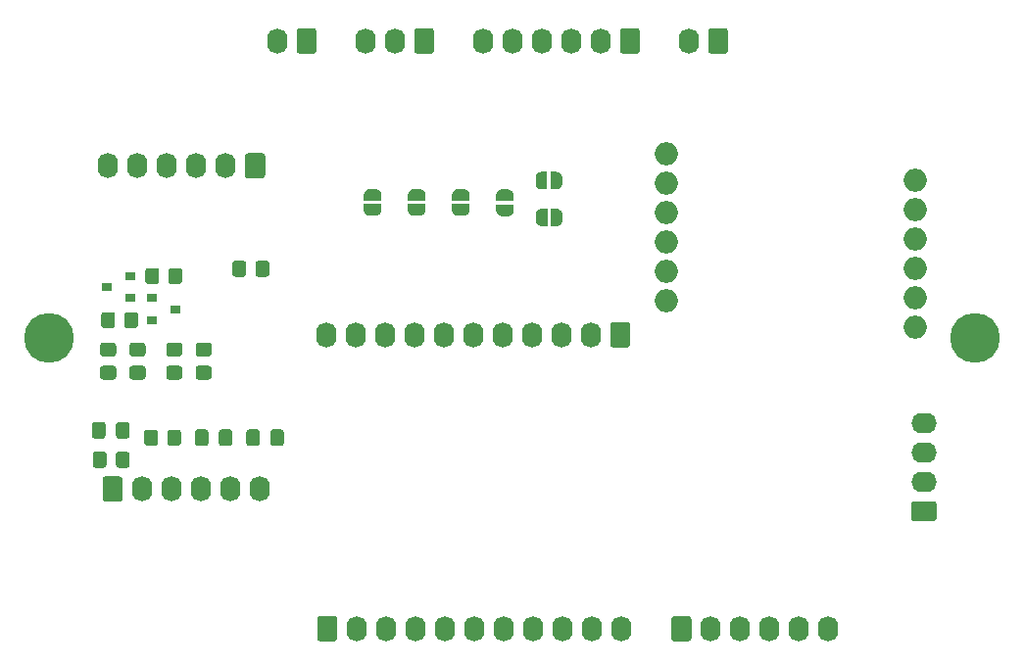
<source format=gbr>
%TF.GenerationSoftware,KiCad,Pcbnew,(5.1.9)-1*%
%TF.CreationDate,2021-09-13T16:04:34+07:00*%
%TF.ProjectId,Nano X ESP V3,4e616e6f-2058-4204-9553-502056332e6b,rev?*%
%TF.SameCoordinates,Original*%
%TF.FileFunction,Soldermask,Bot*%
%TF.FilePolarity,Negative*%
%FSLAX46Y46*%
G04 Gerber Fmt 4.6, Leading zero omitted, Abs format (unit mm)*
G04 Created by KiCad (PCBNEW (5.1.9)-1) date 2021-09-13 16:04:34*
%MOMM*%
%LPD*%
G01*
G04 APERTURE LIST*
%ADD10C,0.100000*%
%ADD11R,0.900000X0.800000*%
%ADD12O,2.000000X2.000000*%
%ADD13O,1.740000X2.190000*%
%ADD14O,2.190000X1.740000*%
%ADD15C,4.300000*%
G04 APERTURE END LIST*
D10*
%TO.C,JP6*%
G36*
X147790000Y-104890000D02*
G01*
X147290000Y-104890000D01*
X147290000Y-104889398D01*
X147265466Y-104889398D01*
X147216635Y-104884588D01*
X147168510Y-104875016D01*
X147121555Y-104860772D01*
X147076222Y-104841995D01*
X147032949Y-104818864D01*
X146992150Y-104791604D01*
X146954221Y-104760476D01*
X146919524Y-104725779D01*
X146888396Y-104687850D01*
X146861136Y-104647051D01*
X146838005Y-104603778D01*
X146819228Y-104558445D01*
X146804984Y-104511490D01*
X146795412Y-104463365D01*
X146790602Y-104414534D01*
X146790602Y-104390000D01*
X146790000Y-104390000D01*
X146790000Y-103890000D01*
X146790602Y-103890000D01*
X146790602Y-103865466D01*
X146795412Y-103816635D01*
X146804984Y-103768510D01*
X146819228Y-103721555D01*
X146838005Y-103676222D01*
X146861136Y-103632949D01*
X146888396Y-103592150D01*
X146919524Y-103554221D01*
X146954221Y-103519524D01*
X146992150Y-103488396D01*
X147032949Y-103461136D01*
X147076222Y-103438005D01*
X147121555Y-103419228D01*
X147168510Y-103404984D01*
X147216635Y-103395412D01*
X147265466Y-103390602D01*
X147290000Y-103390602D01*
X147290000Y-103390000D01*
X147790000Y-103390000D01*
X147790000Y-104890000D01*
G37*
G36*
X148590000Y-103390602D02*
G01*
X148614534Y-103390602D01*
X148663365Y-103395412D01*
X148711490Y-103404984D01*
X148758445Y-103419228D01*
X148803778Y-103438005D01*
X148847051Y-103461136D01*
X148887850Y-103488396D01*
X148925779Y-103519524D01*
X148960476Y-103554221D01*
X148991604Y-103592150D01*
X149018864Y-103632949D01*
X149041995Y-103676222D01*
X149060772Y-103721555D01*
X149075016Y-103768510D01*
X149084588Y-103816635D01*
X149089398Y-103865466D01*
X149089398Y-103890000D01*
X149090000Y-103890000D01*
X149090000Y-104390000D01*
X149089398Y-104390000D01*
X149089398Y-104414534D01*
X149084588Y-104463365D01*
X149075016Y-104511490D01*
X149060772Y-104558445D01*
X149041995Y-104603778D01*
X149018864Y-104647051D01*
X148991604Y-104687850D01*
X148960476Y-104725779D01*
X148925779Y-104760476D01*
X148887850Y-104791604D01*
X148847051Y-104818864D01*
X148803778Y-104841995D01*
X148758445Y-104860772D01*
X148711490Y-104875016D01*
X148663365Y-104884588D01*
X148614534Y-104889398D01*
X148590000Y-104889398D01*
X148590000Y-104890000D01*
X148090000Y-104890000D01*
X148090000Y-103390000D01*
X148590000Y-103390000D01*
X148590000Y-103390602D01*
G37*
%TD*%
%TO.C,JP4*%
G36*
X144894398Y-106710000D02*
G01*
X144894398Y-106734534D01*
X144889588Y-106783365D01*
X144880016Y-106831490D01*
X144865772Y-106878445D01*
X144846995Y-106923778D01*
X144823864Y-106967051D01*
X144796604Y-107007850D01*
X144765476Y-107045779D01*
X144730779Y-107080476D01*
X144692850Y-107111604D01*
X144652051Y-107138864D01*
X144608778Y-107161995D01*
X144563445Y-107180772D01*
X144516490Y-107195016D01*
X144468365Y-107204588D01*
X144419534Y-107209398D01*
X144395000Y-107209398D01*
X144395000Y-107210000D01*
X143895000Y-107210000D01*
X143895000Y-107209398D01*
X143870466Y-107209398D01*
X143821635Y-107204588D01*
X143773510Y-107195016D01*
X143726555Y-107180772D01*
X143681222Y-107161995D01*
X143637949Y-107138864D01*
X143597150Y-107111604D01*
X143559221Y-107080476D01*
X143524524Y-107045779D01*
X143493396Y-107007850D01*
X143466136Y-106967051D01*
X143443005Y-106923778D01*
X143424228Y-106878445D01*
X143409984Y-106831490D01*
X143400412Y-106783365D01*
X143395602Y-106734534D01*
X143395602Y-106710000D01*
X143395000Y-106710000D01*
X143395000Y-106210000D01*
X144895000Y-106210000D01*
X144895000Y-106710000D01*
X144894398Y-106710000D01*
G37*
G36*
X143395000Y-105910000D02*
G01*
X143395000Y-105410000D01*
X143395602Y-105410000D01*
X143395602Y-105385466D01*
X143400412Y-105336635D01*
X143409984Y-105288510D01*
X143424228Y-105241555D01*
X143443005Y-105196222D01*
X143466136Y-105152949D01*
X143493396Y-105112150D01*
X143524524Y-105074221D01*
X143559221Y-105039524D01*
X143597150Y-105008396D01*
X143637949Y-104981136D01*
X143681222Y-104958005D01*
X143726555Y-104939228D01*
X143773510Y-104924984D01*
X143821635Y-104915412D01*
X143870466Y-104910602D01*
X143895000Y-104910602D01*
X143895000Y-104910000D01*
X144395000Y-104910000D01*
X144395000Y-104910602D01*
X144419534Y-104910602D01*
X144468365Y-104915412D01*
X144516490Y-104924984D01*
X144563445Y-104939228D01*
X144608778Y-104958005D01*
X144652051Y-104981136D01*
X144692850Y-105008396D01*
X144730779Y-105039524D01*
X144765476Y-105074221D01*
X144796604Y-105112150D01*
X144823864Y-105152949D01*
X144846995Y-105196222D01*
X144865772Y-105241555D01*
X144880016Y-105288510D01*
X144889588Y-105336635D01*
X144894398Y-105385466D01*
X144894398Y-105410000D01*
X144895000Y-105410000D01*
X144895000Y-105910000D01*
X143395000Y-105910000D01*
G37*
%TD*%
%TO.C,JP1*%
G36*
X131965000Y-105880000D02*
G01*
X131965000Y-105380000D01*
X131965602Y-105380000D01*
X131965602Y-105355466D01*
X131970412Y-105306635D01*
X131979984Y-105258510D01*
X131994228Y-105211555D01*
X132013005Y-105166222D01*
X132036136Y-105122949D01*
X132063396Y-105082150D01*
X132094524Y-105044221D01*
X132129221Y-105009524D01*
X132167150Y-104978396D01*
X132207949Y-104951136D01*
X132251222Y-104928005D01*
X132296555Y-104909228D01*
X132343510Y-104894984D01*
X132391635Y-104885412D01*
X132440466Y-104880602D01*
X132465000Y-104880602D01*
X132465000Y-104880000D01*
X132965000Y-104880000D01*
X132965000Y-104880602D01*
X132989534Y-104880602D01*
X133038365Y-104885412D01*
X133086490Y-104894984D01*
X133133445Y-104909228D01*
X133178778Y-104928005D01*
X133222051Y-104951136D01*
X133262850Y-104978396D01*
X133300779Y-105009524D01*
X133335476Y-105044221D01*
X133366604Y-105082150D01*
X133393864Y-105122949D01*
X133416995Y-105166222D01*
X133435772Y-105211555D01*
X133450016Y-105258510D01*
X133459588Y-105306635D01*
X133464398Y-105355466D01*
X133464398Y-105380000D01*
X133465000Y-105380000D01*
X133465000Y-105880000D01*
X131965000Y-105880000D01*
G37*
G36*
X133464398Y-106680000D02*
G01*
X133464398Y-106704534D01*
X133459588Y-106753365D01*
X133450016Y-106801490D01*
X133435772Y-106848445D01*
X133416995Y-106893778D01*
X133393864Y-106937051D01*
X133366604Y-106977850D01*
X133335476Y-107015779D01*
X133300779Y-107050476D01*
X133262850Y-107081604D01*
X133222051Y-107108864D01*
X133178778Y-107131995D01*
X133133445Y-107150772D01*
X133086490Y-107165016D01*
X133038365Y-107174588D01*
X132989534Y-107179398D01*
X132965000Y-107179398D01*
X132965000Y-107180000D01*
X132465000Y-107180000D01*
X132465000Y-107179398D01*
X132440466Y-107179398D01*
X132391635Y-107174588D01*
X132343510Y-107165016D01*
X132296555Y-107150772D01*
X132251222Y-107131995D01*
X132207949Y-107108864D01*
X132167150Y-107081604D01*
X132129221Y-107050476D01*
X132094524Y-107015779D01*
X132063396Y-106977850D01*
X132036136Y-106937051D01*
X132013005Y-106893778D01*
X131994228Y-106848445D01*
X131979984Y-106801490D01*
X131970412Y-106753365D01*
X131965602Y-106704534D01*
X131965602Y-106680000D01*
X131965000Y-106680000D01*
X131965000Y-106180000D01*
X133465000Y-106180000D01*
X133465000Y-106680000D01*
X133464398Y-106680000D01*
G37*
%TD*%
%TO.C,JP3*%
G36*
X139585000Y-105880000D02*
G01*
X139585000Y-105380000D01*
X139585602Y-105380000D01*
X139585602Y-105355466D01*
X139590412Y-105306635D01*
X139599984Y-105258510D01*
X139614228Y-105211555D01*
X139633005Y-105166222D01*
X139656136Y-105122949D01*
X139683396Y-105082150D01*
X139714524Y-105044221D01*
X139749221Y-105009524D01*
X139787150Y-104978396D01*
X139827949Y-104951136D01*
X139871222Y-104928005D01*
X139916555Y-104909228D01*
X139963510Y-104894984D01*
X140011635Y-104885412D01*
X140060466Y-104880602D01*
X140085000Y-104880602D01*
X140085000Y-104880000D01*
X140585000Y-104880000D01*
X140585000Y-104880602D01*
X140609534Y-104880602D01*
X140658365Y-104885412D01*
X140706490Y-104894984D01*
X140753445Y-104909228D01*
X140798778Y-104928005D01*
X140842051Y-104951136D01*
X140882850Y-104978396D01*
X140920779Y-105009524D01*
X140955476Y-105044221D01*
X140986604Y-105082150D01*
X141013864Y-105122949D01*
X141036995Y-105166222D01*
X141055772Y-105211555D01*
X141070016Y-105258510D01*
X141079588Y-105306635D01*
X141084398Y-105355466D01*
X141084398Y-105380000D01*
X141085000Y-105380000D01*
X141085000Y-105880000D01*
X139585000Y-105880000D01*
G37*
G36*
X141084398Y-106680000D02*
G01*
X141084398Y-106704534D01*
X141079588Y-106753365D01*
X141070016Y-106801490D01*
X141055772Y-106848445D01*
X141036995Y-106893778D01*
X141013864Y-106937051D01*
X140986604Y-106977850D01*
X140955476Y-107015779D01*
X140920779Y-107050476D01*
X140882850Y-107081604D01*
X140842051Y-107108864D01*
X140798778Y-107131995D01*
X140753445Y-107150772D01*
X140706490Y-107165016D01*
X140658365Y-107174588D01*
X140609534Y-107179398D01*
X140585000Y-107179398D01*
X140585000Y-107180000D01*
X140085000Y-107180000D01*
X140085000Y-107179398D01*
X140060466Y-107179398D01*
X140011635Y-107174588D01*
X139963510Y-107165016D01*
X139916555Y-107150772D01*
X139871222Y-107131995D01*
X139827949Y-107108864D01*
X139787150Y-107081604D01*
X139749221Y-107050476D01*
X139714524Y-107015779D01*
X139683396Y-106977850D01*
X139656136Y-106937051D01*
X139633005Y-106893778D01*
X139614228Y-106848445D01*
X139599984Y-106801490D01*
X139590412Y-106753365D01*
X139585602Y-106704534D01*
X139585602Y-106680000D01*
X139585000Y-106680000D01*
X139585000Y-106180000D01*
X141085000Y-106180000D01*
X141085000Y-106680000D01*
X141084398Y-106680000D01*
G37*
%TD*%
%TO.C,JP5*%
G36*
X148605000Y-106565602D02*
G01*
X148629534Y-106565602D01*
X148678365Y-106570412D01*
X148726490Y-106579984D01*
X148773445Y-106594228D01*
X148818778Y-106613005D01*
X148862051Y-106636136D01*
X148902850Y-106663396D01*
X148940779Y-106694524D01*
X148975476Y-106729221D01*
X149006604Y-106767150D01*
X149033864Y-106807949D01*
X149056995Y-106851222D01*
X149075772Y-106896555D01*
X149090016Y-106943510D01*
X149099588Y-106991635D01*
X149104398Y-107040466D01*
X149104398Y-107065000D01*
X149105000Y-107065000D01*
X149105000Y-107565000D01*
X149104398Y-107565000D01*
X149104398Y-107589534D01*
X149099588Y-107638365D01*
X149090016Y-107686490D01*
X149075772Y-107733445D01*
X149056995Y-107778778D01*
X149033864Y-107822051D01*
X149006604Y-107862850D01*
X148975476Y-107900779D01*
X148940779Y-107935476D01*
X148902850Y-107966604D01*
X148862051Y-107993864D01*
X148818778Y-108016995D01*
X148773445Y-108035772D01*
X148726490Y-108050016D01*
X148678365Y-108059588D01*
X148629534Y-108064398D01*
X148605000Y-108064398D01*
X148605000Y-108065000D01*
X148105000Y-108065000D01*
X148105000Y-106565000D01*
X148605000Y-106565000D01*
X148605000Y-106565602D01*
G37*
G36*
X147805000Y-108065000D02*
G01*
X147305000Y-108065000D01*
X147305000Y-108064398D01*
X147280466Y-108064398D01*
X147231635Y-108059588D01*
X147183510Y-108050016D01*
X147136555Y-108035772D01*
X147091222Y-108016995D01*
X147047949Y-107993864D01*
X147007150Y-107966604D01*
X146969221Y-107935476D01*
X146934524Y-107900779D01*
X146903396Y-107862850D01*
X146876136Y-107822051D01*
X146853005Y-107778778D01*
X146834228Y-107733445D01*
X146819984Y-107686490D01*
X146810412Y-107638365D01*
X146805602Y-107589534D01*
X146805602Y-107565000D01*
X146805000Y-107565000D01*
X146805000Y-107065000D01*
X146805602Y-107065000D01*
X146805602Y-107040466D01*
X146810412Y-106991635D01*
X146819984Y-106943510D01*
X146834228Y-106896555D01*
X146853005Y-106851222D01*
X146876136Y-106807949D01*
X146903396Y-106767150D01*
X146934524Y-106729221D01*
X146969221Y-106694524D01*
X147007150Y-106663396D01*
X147047949Y-106636136D01*
X147091222Y-106613005D01*
X147136555Y-106594228D01*
X147183510Y-106579984D01*
X147231635Y-106570412D01*
X147280466Y-106565602D01*
X147305000Y-106565602D01*
X147305000Y-106565000D01*
X147805000Y-106565000D01*
X147805000Y-108065000D01*
G37*
%TD*%
%TO.C,R8*%
G36*
G01*
X115065000Y-112845001D02*
X115065000Y-111944999D01*
G75*
G02*
X115314999Y-111695000I249999J0D01*
G01*
X116015001Y-111695000D01*
G75*
G02*
X116265000Y-111944999I0J-249999D01*
G01*
X116265000Y-112845001D01*
G75*
G02*
X116015001Y-113095000I-249999J0D01*
G01*
X115314999Y-113095000D01*
G75*
G02*
X115065000Y-112845001I0J249999D01*
G01*
G37*
G36*
G01*
X113065000Y-112845001D02*
X113065000Y-111944999D01*
G75*
G02*
X113314999Y-111695000I249999J0D01*
G01*
X114015001Y-111695000D01*
G75*
G02*
X114265000Y-111944999I0J-249999D01*
G01*
X114265000Y-112845001D01*
G75*
G02*
X114015001Y-113095000I-249999J0D01*
G01*
X113314999Y-113095000D01*
G75*
G02*
X113065000Y-112845001I0J249999D01*
G01*
G37*
%TD*%
%TO.C,C9*%
G36*
G01*
X109637500Y-125255000D02*
X109637500Y-126205000D01*
G75*
G02*
X109387500Y-126455000I-250000J0D01*
G01*
X108712500Y-126455000D01*
G75*
G02*
X108462500Y-126205000I0J250000D01*
G01*
X108462500Y-125255000D01*
G75*
G02*
X108712500Y-125005000I250000J0D01*
G01*
X109387500Y-125005000D01*
G75*
G02*
X109637500Y-125255000I0J-250000D01*
G01*
G37*
G36*
G01*
X111712500Y-125255000D02*
X111712500Y-126205000D01*
G75*
G02*
X111462500Y-126455000I-250000J0D01*
G01*
X110787500Y-126455000D01*
G75*
G02*
X110537500Y-126205000I0J250000D01*
G01*
X110537500Y-125255000D01*
G75*
G02*
X110787500Y-125005000I250000J0D01*
G01*
X111462500Y-125005000D01*
G75*
G02*
X111712500Y-125255000I0J-250000D01*
G01*
G37*
%TD*%
%TO.C,C11*%
G36*
G01*
X122972500Y-125890000D02*
X122972500Y-126840000D01*
G75*
G02*
X122722500Y-127090000I-250000J0D01*
G01*
X122047500Y-127090000D01*
G75*
G02*
X121797500Y-126840000I0J250000D01*
G01*
X121797500Y-125890000D01*
G75*
G02*
X122047500Y-125640000I250000J0D01*
G01*
X122722500Y-125640000D01*
G75*
G02*
X122972500Y-125890000I0J-250000D01*
G01*
G37*
G36*
G01*
X125047500Y-125890000D02*
X125047500Y-126840000D01*
G75*
G02*
X124797500Y-127090000I-250000J0D01*
G01*
X124122500Y-127090000D01*
G75*
G02*
X123872500Y-126840000I0J250000D01*
G01*
X123872500Y-125890000D01*
G75*
G02*
X124122500Y-125640000I250000J0D01*
G01*
X124797500Y-125640000D01*
G75*
G02*
X125047500Y-125890000I0J-250000D01*
G01*
G37*
%TD*%
%TO.C,JP2*%
G36*
X137274398Y-106680000D02*
G01*
X137274398Y-106704534D01*
X137269588Y-106753365D01*
X137260016Y-106801490D01*
X137245772Y-106848445D01*
X137226995Y-106893778D01*
X137203864Y-106937051D01*
X137176604Y-106977850D01*
X137145476Y-107015779D01*
X137110779Y-107050476D01*
X137072850Y-107081604D01*
X137032051Y-107108864D01*
X136988778Y-107131995D01*
X136943445Y-107150772D01*
X136896490Y-107165016D01*
X136848365Y-107174588D01*
X136799534Y-107179398D01*
X136775000Y-107179398D01*
X136775000Y-107180000D01*
X136275000Y-107180000D01*
X136275000Y-107179398D01*
X136250466Y-107179398D01*
X136201635Y-107174588D01*
X136153510Y-107165016D01*
X136106555Y-107150772D01*
X136061222Y-107131995D01*
X136017949Y-107108864D01*
X135977150Y-107081604D01*
X135939221Y-107050476D01*
X135904524Y-107015779D01*
X135873396Y-106977850D01*
X135846136Y-106937051D01*
X135823005Y-106893778D01*
X135804228Y-106848445D01*
X135789984Y-106801490D01*
X135780412Y-106753365D01*
X135775602Y-106704534D01*
X135775602Y-106680000D01*
X135775000Y-106680000D01*
X135775000Y-106180000D01*
X137275000Y-106180000D01*
X137275000Y-106680000D01*
X137274398Y-106680000D01*
G37*
G36*
X135775000Y-105880000D02*
G01*
X135775000Y-105380000D01*
X135775602Y-105380000D01*
X135775602Y-105355466D01*
X135780412Y-105306635D01*
X135789984Y-105258510D01*
X135804228Y-105211555D01*
X135823005Y-105166222D01*
X135846136Y-105122949D01*
X135873396Y-105082150D01*
X135904524Y-105044221D01*
X135939221Y-105009524D01*
X135977150Y-104978396D01*
X136017949Y-104951136D01*
X136061222Y-104928005D01*
X136106555Y-104909228D01*
X136153510Y-104894984D01*
X136201635Y-104885412D01*
X136250466Y-104880602D01*
X136275000Y-104880602D01*
X136275000Y-104880000D01*
X136775000Y-104880000D01*
X136775000Y-104880602D01*
X136799534Y-104880602D01*
X136848365Y-104885412D01*
X136896490Y-104894984D01*
X136943445Y-104909228D01*
X136988778Y-104928005D01*
X137032051Y-104951136D01*
X137072850Y-104978396D01*
X137110779Y-105009524D01*
X137145476Y-105044221D01*
X137176604Y-105082150D01*
X137203864Y-105122949D01*
X137226995Y-105166222D01*
X137245772Y-105211555D01*
X137260016Y-105258510D01*
X137269588Y-105306635D01*
X137274398Y-105355466D01*
X137274398Y-105380000D01*
X137275000Y-105380000D01*
X137275000Y-105880000D01*
X135775000Y-105880000D01*
G37*
%TD*%
%TO.C,R2*%
G36*
G01*
X110305001Y-119345000D02*
X109404999Y-119345000D01*
G75*
G02*
X109155000Y-119095001I0J249999D01*
G01*
X109155000Y-118394999D01*
G75*
G02*
X109404999Y-118145000I249999J0D01*
G01*
X110305001Y-118145000D01*
G75*
G02*
X110555000Y-118394999I0J-249999D01*
G01*
X110555000Y-119095001D01*
G75*
G02*
X110305001Y-119345000I-249999J0D01*
G01*
G37*
G36*
G01*
X110305001Y-121345000D02*
X109404999Y-121345000D01*
G75*
G02*
X109155000Y-121095001I0J249999D01*
G01*
X109155000Y-120394999D01*
G75*
G02*
X109404999Y-120145000I249999J0D01*
G01*
X110305001Y-120145000D01*
G75*
G02*
X110555000Y-120394999I0J-249999D01*
G01*
X110555000Y-121095001D01*
G75*
G02*
X110305001Y-121345000I-249999J0D01*
G01*
G37*
%TD*%
%TO.C,R3*%
G36*
G01*
X116020001Y-121345000D02*
X115119999Y-121345000D01*
G75*
G02*
X114870000Y-121095001I0J249999D01*
G01*
X114870000Y-120394999D01*
G75*
G02*
X115119999Y-120145000I249999J0D01*
G01*
X116020001Y-120145000D01*
G75*
G02*
X116270000Y-120394999I0J-249999D01*
G01*
X116270000Y-121095001D01*
G75*
G02*
X116020001Y-121345000I-249999J0D01*
G01*
G37*
G36*
G01*
X116020001Y-119345000D02*
X115119999Y-119345000D01*
G75*
G02*
X114870000Y-119095001I0J249999D01*
G01*
X114870000Y-118394999D01*
G75*
G02*
X115119999Y-118145000I249999J0D01*
G01*
X116020001Y-118145000D01*
G75*
G02*
X116270000Y-118394999I0J-249999D01*
G01*
X116270000Y-119095001D01*
G75*
G02*
X116020001Y-119345000I-249999J0D01*
G01*
G37*
%TD*%
%TO.C,R4*%
G36*
G01*
X111944999Y-118145000D02*
X112845001Y-118145000D01*
G75*
G02*
X113095000Y-118394999I0J-249999D01*
G01*
X113095000Y-119095001D01*
G75*
G02*
X112845001Y-119345000I-249999J0D01*
G01*
X111944999Y-119345000D01*
G75*
G02*
X111695000Y-119095001I0J249999D01*
G01*
X111695000Y-118394999D01*
G75*
G02*
X111944999Y-118145000I249999J0D01*
G01*
G37*
G36*
G01*
X111944999Y-120145000D02*
X112845001Y-120145000D01*
G75*
G02*
X113095000Y-120394999I0J-249999D01*
G01*
X113095000Y-121095001D01*
G75*
G02*
X112845001Y-121345000I-249999J0D01*
G01*
X111944999Y-121345000D01*
G75*
G02*
X111695000Y-121095001I0J249999D01*
G01*
X111695000Y-120394999D01*
G75*
G02*
X111944999Y-120145000I249999J0D01*
G01*
G37*
%TD*%
%TO.C,R5*%
G36*
G01*
X117659999Y-120145000D02*
X118560001Y-120145000D01*
G75*
G02*
X118810000Y-120394999I0J-249999D01*
G01*
X118810000Y-121095001D01*
G75*
G02*
X118560001Y-121345000I-249999J0D01*
G01*
X117659999Y-121345000D01*
G75*
G02*
X117410000Y-121095001I0J249999D01*
G01*
X117410000Y-120394999D01*
G75*
G02*
X117659999Y-120145000I249999J0D01*
G01*
G37*
G36*
G01*
X117659999Y-118145000D02*
X118560001Y-118145000D01*
G75*
G02*
X118810000Y-118394999I0J-249999D01*
G01*
X118810000Y-119095001D01*
G75*
G02*
X118560001Y-119345000I-249999J0D01*
G01*
X117659999Y-119345000D01*
G75*
G02*
X117410000Y-119095001I0J249999D01*
G01*
X117410000Y-118394999D01*
G75*
G02*
X117659999Y-118145000I249999J0D01*
G01*
G37*
%TD*%
%TO.C,R10*%
G36*
G01*
X114970000Y-126815001D02*
X114970000Y-125914999D01*
G75*
G02*
X115219999Y-125665000I249999J0D01*
G01*
X115920001Y-125665000D01*
G75*
G02*
X116170000Y-125914999I0J-249999D01*
G01*
X116170000Y-126815001D01*
G75*
G02*
X115920001Y-127065000I-249999J0D01*
G01*
X115219999Y-127065000D01*
G75*
G02*
X114970000Y-126815001I0J249999D01*
G01*
G37*
G36*
G01*
X112970000Y-126815001D02*
X112970000Y-125914999D01*
G75*
G02*
X113219999Y-125665000I249999J0D01*
G01*
X113920001Y-125665000D01*
G75*
G02*
X114170000Y-125914999I0J-249999D01*
G01*
X114170000Y-126815001D01*
G75*
G02*
X113920001Y-127065000I-249999J0D01*
G01*
X113219999Y-127065000D01*
G75*
G02*
X112970000Y-126815001I0J249999D01*
G01*
G37*
%TD*%
%TO.C,R11*%
G36*
G01*
X120590000Y-112210001D02*
X120590000Y-111309999D01*
G75*
G02*
X120839999Y-111060000I249999J0D01*
G01*
X121540001Y-111060000D01*
G75*
G02*
X121790000Y-111309999I0J-249999D01*
G01*
X121790000Y-112210001D01*
G75*
G02*
X121540001Y-112460000I-249999J0D01*
G01*
X120839999Y-112460000D01*
G75*
G02*
X120590000Y-112210001I0J249999D01*
G01*
G37*
G36*
G01*
X122590000Y-112210001D02*
X122590000Y-111309999D01*
G75*
G02*
X122839999Y-111060000I249999J0D01*
G01*
X123540001Y-111060000D01*
G75*
G02*
X123790000Y-111309999I0J-249999D01*
G01*
X123790000Y-112210001D01*
G75*
G02*
X123540001Y-112460000I-249999J0D01*
G01*
X122839999Y-112460000D01*
G75*
G02*
X122590000Y-112210001I0J249999D01*
G01*
G37*
%TD*%
%TO.C,R12*%
G36*
G01*
X110525000Y-128720001D02*
X110525000Y-127819999D01*
G75*
G02*
X110774999Y-127570000I249999J0D01*
G01*
X111475001Y-127570000D01*
G75*
G02*
X111725000Y-127819999I0J-249999D01*
G01*
X111725000Y-128720001D01*
G75*
G02*
X111475001Y-128970000I-249999J0D01*
G01*
X110774999Y-128970000D01*
G75*
G02*
X110525000Y-128720001I0J249999D01*
G01*
G37*
G36*
G01*
X108525000Y-128720001D02*
X108525000Y-127819999D01*
G75*
G02*
X108774999Y-127570000I249999J0D01*
G01*
X109475001Y-127570000D01*
G75*
G02*
X109725000Y-127819999I0J-249999D01*
G01*
X109725000Y-128720001D01*
G75*
G02*
X109475001Y-128970000I-249999J0D01*
G01*
X108774999Y-128970000D01*
G75*
G02*
X108525000Y-128720001I0J249999D01*
G01*
G37*
%TD*%
D11*
%TO.C,Q1*%
X115665000Y-115255000D03*
X113665000Y-114305000D03*
X113665000Y-116205000D03*
%TD*%
%TO.C,Q2*%
X111760000Y-112400000D03*
X111760000Y-114300000D03*
X109760000Y-113350000D03*
%TD*%
%TO.C,R9*%
G36*
G01*
X109255000Y-116655001D02*
X109255000Y-115754999D01*
G75*
G02*
X109504999Y-115505000I249999J0D01*
G01*
X110205001Y-115505000D01*
G75*
G02*
X110455000Y-115754999I0J-249999D01*
G01*
X110455000Y-116655001D01*
G75*
G02*
X110205001Y-116905000I-249999J0D01*
G01*
X109504999Y-116905000D01*
G75*
G02*
X109255000Y-116655001I0J249999D01*
G01*
G37*
G36*
G01*
X111255000Y-116655001D02*
X111255000Y-115754999D01*
G75*
G02*
X111504999Y-115505000I249999J0D01*
G01*
X112205001Y-115505000D01*
G75*
G02*
X112455000Y-115754999I0J-249999D01*
G01*
X112455000Y-116655001D01*
G75*
G02*
X112205001Y-116905000I-249999J0D01*
G01*
X111504999Y-116905000D01*
G75*
G02*
X111255000Y-116655001I0J249999D01*
G01*
G37*
%TD*%
%TO.C,C10*%
G36*
G01*
X118527500Y-125890000D02*
X118527500Y-126840000D01*
G75*
G02*
X118277500Y-127090000I-250000J0D01*
G01*
X117602500Y-127090000D01*
G75*
G02*
X117352500Y-126840000I0J250000D01*
G01*
X117352500Y-125890000D01*
G75*
G02*
X117602500Y-125640000I250000J0D01*
G01*
X118277500Y-125640000D01*
G75*
G02*
X118527500Y-125890000I0J-250000D01*
G01*
G37*
G36*
G01*
X120602500Y-125890000D02*
X120602500Y-126840000D01*
G75*
G02*
X120352500Y-127090000I-250000J0D01*
G01*
X119677500Y-127090000D01*
G75*
G02*
X119427500Y-126840000I0J250000D01*
G01*
X119427500Y-125890000D01*
G75*
G02*
X119677500Y-125640000I250000J0D01*
G01*
X120352500Y-125640000D01*
G75*
G02*
X120602500Y-125890000I0J-250000D01*
G01*
G37*
%TD*%
D12*
%TO.C,U5*%
X158115000Y-114540000D03*
X158115000Y-112000000D03*
X158115000Y-109460000D03*
X158115000Y-106920000D03*
X158115000Y-104380000D03*
X158115000Y-101840000D03*
X179615000Y-116840000D03*
X179615000Y-114300000D03*
X179615000Y-111760000D03*
X179615000Y-109220000D03*
X179615000Y-106680000D03*
X179615000Y-104140000D03*
%TD*%
D13*
%TO.C,J1*%
X122950000Y-130810000D03*
X120410000Y-130810000D03*
X117870000Y-130810000D03*
X115330000Y-130810000D03*
X112790000Y-130810000D03*
G36*
G01*
X109380000Y-131655001D02*
X109380000Y-129964999D01*
G75*
G02*
X109629999Y-129715000I249999J0D01*
G01*
X110870001Y-129715000D01*
G75*
G02*
X111120000Y-129964999I0J-249999D01*
G01*
X111120000Y-131655001D01*
G75*
G02*
X110870001Y-131905000I-249999J0D01*
G01*
X109629999Y-131905000D01*
G75*
G02*
X109380000Y-131655001I0J249999D01*
G01*
G37*
%TD*%
%TO.C,J3*%
G36*
G01*
X154970000Y-116629999D02*
X154970000Y-118320001D01*
G75*
G02*
X154720001Y-118570000I-249999J0D01*
G01*
X153479999Y-118570000D01*
G75*
G02*
X153230000Y-118320001I0J249999D01*
G01*
X153230000Y-116629999D01*
G75*
G02*
X153479999Y-116380000I249999J0D01*
G01*
X154720001Y-116380000D01*
G75*
G02*
X154970000Y-116629999I0J-249999D01*
G01*
G37*
X151560000Y-117475000D03*
X149020000Y-117475000D03*
X146480000Y-117475000D03*
X143940000Y-117475000D03*
X141400000Y-117475000D03*
X138860000Y-117475000D03*
X136320000Y-117475000D03*
X133780000Y-117475000D03*
X131240000Y-117475000D03*
X128700000Y-117475000D03*
%TD*%
%TO.C,J2*%
G36*
G01*
X123425000Y-102024999D02*
X123425000Y-103715001D01*
G75*
G02*
X123175001Y-103965000I-249999J0D01*
G01*
X121934999Y-103965000D01*
G75*
G02*
X121685000Y-103715001I0J249999D01*
G01*
X121685000Y-102024999D01*
G75*
G02*
X121934999Y-101775000I249999J0D01*
G01*
X123175001Y-101775000D01*
G75*
G02*
X123425000Y-102024999I0J-249999D01*
G01*
G37*
X120015000Y-102870000D03*
X117475000Y-102870000D03*
X114935000Y-102870000D03*
X112395000Y-102870000D03*
X109855000Y-102870000D03*
%TD*%
%TO.C,J4*%
X154180000Y-142875000D03*
X151640000Y-142875000D03*
X149100000Y-142875000D03*
X146560000Y-142875000D03*
X144020000Y-142875000D03*
X141480000Y-142875000D03*
X138940000Y-142875000D03*
X136400000Y-142875000D03*
X133860000Y-142875000D03*
X131320000Y-142875000D03*
G36*
G01*
X127910000Y-143720001D02*
X127910000Y-142029999D01*
G75*
G02*
X128159999Y-141780000I249999J0D01*
G01*
X129400001Y-141780000D01*
G75*
G02*
X129650000Y-142029999I0J-249999D01*
G01*
X129650000Y-143720001D01*
G75*
G02*
X129400001Y-143970000I-249999J0D01*
G01*
X128159999Y-143970000D01*
G75*
G02*
X127910000Y-143720001I0J249999D01*
G01*
G37*
%TD*%
%TO.C,J5*%
X142240000Y-92075000D03*
X144780000Y-92075000D03*
X147320000Y-92075000D03*
X149860000Y-92075000D03*
X152400000Y-92075000D03*
G36*
G01*
X155810000Y-91229999D02*
X155810000Y-92920001D01*
G75*
G02*
X155560001Y-93170000I-249999J0D01*
G01*
X154319999Y-93170000D01*
G75*
G02*
X154070000Y-92920001I0J249999D01*
G01*
X154070000Y-91229999D01*
G75*
G02*
X154319999Y-90980000I249999J0D01*
G01*
X155560001Y-90980000D01*
G75*
G02*
X155810000Y-91229999I0J-249999D01*
G01*
G37*
%TD*%
%TO.C,J6*%
G36*
G01*
X163430000Y-91229999D02*
X163430000Y-92920001D01*
G75*
G02*
X163180001Y-93170000I-249999J0D01*
G01*
X161939999Y-93170000D01*
G75*
G02*
X161690000Y-92920001I0J249999D01*
G01*
X161690000Y-91229999D01*
G75*
G02*
X161939999Y-90980000I249999J0D01*
G01*
X163180001Y-90980000D01*
G75*
G02*
X163430000Y-91229999I0J-249999D01*
G01*
G37*
X160020000Y-92075000D03*
%TD*%
%TO.C,J7*%
X124460000Y-92075000D03*
G36*
G01*
X127870000Y-91229999D02*
X127870000Y-92920001D01*
G75*
G02*
X127620001Y-93170000I-249999J0D01*
G01*
X126379999Y-93170000D01*
G75*
G02*
X126130000Y-92920001I0J249999D01*
G01*
X126130000Y-91229999D01*
G75*
G02*
X126379999Y-90980000I249999J0D01*
G01*
X127620001Y-90980000D01*
G75*
G02*
X127870000Y-91229999I0J-249999D01*
G01*
G37*
%TD*%
%TO.C,J8*%
G36*
G01*
X158515000Y-143720001D02*
X158515000Y-142029999D01*
G75*
G02*
X158764999Y-141780000I249999J0D01*
G01*
X160005001Y-141780000D01*
G75*
G02*
X160255000Y-142029999I0J-249999D01*
G01*
X160255000Y-143720001D01*
G75*
G02*
X160005001Y-143970000I-249999J0D01*
G01*
X158764999Y-143970000D01*
G75*
G02*
X158515000Y-143720001I0J249999D01*
G01*
G37*
X161925000Y-142875000D03*
X164465000Y-142875000D03*
X167005000Y-142875000D03*
X169545000Y-142875000D03*
X172085000Y-142875000D03*
%TD*%
D14*
%TO.C,J9*%
X180340000Y-125095000D03*
X180340000Y-127635000D03*
X180340000Y-130175000D03*
G36*
G01*
X181185001Y-133585000D02*
X179494999Y-133585000D01*
G75*
G02*
X179245000Y-133335001I0J249999D01*
G01*
X179245000Y-132094999D01*
G75*
G02*
X179494999Y-131845000I249999J0D01*
G01*
X181185001Y-131845000D01*
G75*
G02*
X181435000Y-132094999I0J-249999D01*
G01*
X181435000Y-133335001D01*
G75*
G02*
X181185001Y-133585000I-249999J0D01*
G01*
G37*
%TD*%
%TO.C,J10*%
G36*
G01*
X138030000Y-91229999D02*
X138030000Y-92920001D01*
G75*
G02*
X137780001Y-93170000I-249999J0D01*
G01*
X136539999Y-93170000D01*
G75*
G02*
X136290000Y-92920001I0J249999D01*
G01*
X136290000Y-91229999D01*
G75*
G02*
X136539999Y-90980000I249999J0D01*
G01*
X137780001Y-90980000D01*
G75*
G02*
X138030000Y-91229999I0J-249999D01*
G01*
G37*
D13*
X134620000Y-92075000D03*
X132080000Y-92075000D03*
%TD*%
D15*
%TO.C,H1*%
X184725000Y-117750000D03*
%TD*%
%TO.C,H2*%
X104775000Y-117750000D03*
%TD*%
M02*

</source>
